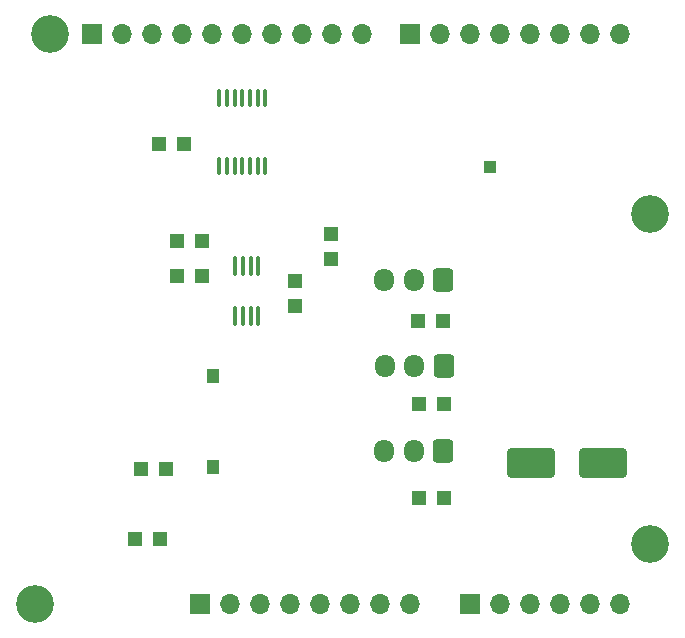
<source format=gts>
G04 #@! TF.GenerationSoftware,KiCad,Pcbnew,8.0.7-8.0.7-0~ubuntu24.04.1*
G04 #@! TF.CreationDate,2025-01-16T01:19:07-05:00*
G04 #@! TF.ProjectId,tophat,746f7068-6174-42e6-9b69-6361645f7063,rev?*
G04 #@! TF.SameCoordinates,Original*
G04 #@! TF.FileFunction,Soldermask,Top*
G04 #@! TF.FilePolarity,Negative*
%FSLAX46Y46*%
G04 Gerber Fmt 4.6, Leading zero omitted, Abs format (unit mm)*
G04 Created by KiCad (PCBNEW 8.0.7-8.0.7-0~ubuntu24.04.1) date 2025-01-16 01:19:07*
%MOMM*%
%LPD*%
G01*
G04 APERTURE LIST*
G04 Aperture macros list*
%AMRoundRect*
0 Rectangle with rounded corners*
0 $1 Rounding radius*
0 $2 $3 $4 $5 $6 $7 $8 $9 X,Y pos of 4 corners*
0 Add a 4 corners polygon primitive as box body*
4,1,4,$2,$3,$4,$5,$6,$7,$8,$9,$2,$3,0*
0 Add four circle primitives for the rounded corners*
1,1,$1+$1,$2,$3*
1,1,$1+$1,$4,$5*
1,1,$1+$1,$6,$7*
1,1,$1+$1,$8,$9*
0 Add four rect primitives between the rounded corners*
20,1,$1+$1,$2,$3,$4,$5,0*
20,1,$1+$1,$4,$5,$6,$7,0*
20,1,$1+$1,$6,$7,$8,$9,0*
20,1,$1+$1,$8,$9,$2,$3,0*%
G04 Aperture macros list end*
%ADD10RoundRect,0.100000X0.100000X-0.712500X0.100000X0.712500X-0.100000X0.712500X-0.100000X-0.712500X0*%
%ADD11R,1.700000X1.700000*%
%ADD12O,1.700000X1.700000*%
%ADD13RoundRect,0.100000X-0.100000X0.637500X-0.100000X-0.637500X0.100000X-0.637500X0.100000X0.637500X0*%
%ADD14R,1.200000X1.200000*%
%ADD15RoundRect,0.250000X0.600000X0.725000X-0.600000X0.725000X-0.600000X-0.725000X0.600000X-0.725000X0*%
%ADD16O,1.700000X1.950000*%
%ADD17R,1.000000X1.000000*%
%ADD18C,3.200000*%
%ADD19RoundRect,0.250000X-1.750000X-1.000000X1.750000X-1.000000X1.750000X1.000000X-1.750000X1.000000X0*%
%ADD20R,1.000000X1.250000*%
G04 APERTURE END LIST*
D10*
X130921313Y-73112500D03*
X131571313Y-73112500D03*
X132221313Y-73112500D03*
X132871313Y-73112500D03*
X132871313Y-68887500D03*
X132221313Y-68887500D03*
X131571313Y-68887500D03*
X130921313Y-68887500D03*
D11*
X127940000Y-97460000D03*
D12*
X130480000Y-97460000D03*
X133020000Y-97460000D03*
X135560000Y-97460000D03*
X138100000Y-97460000D03*
X140640000Y-97460000D03*
X143180000Y-97460000D03*
X145720000Y-97460000D03*
D11*
X150800000Y-97460000D03*
D12*
X153340000Y-97460000D03*
X155880000Y-97460000D03*
X158420000Y-97460000D03*
X160960000Y-97460000D03*
X163500000Y-97460000D03*
D11*
X118796000Y-49200000D03*
D12*
X121336000Y-49200000D03*
X123876000Y-49200000D03*
X126416000Y-49200000D03*
X128956000Y-49200000D03*
X131496000Y-49200000D03*
X134036000Y-49200000D03*
X136576000Y-49200000D03*
X139116000Y-49200000D03*
X141656000Y-49200000D03*
D11*
X145720000Y-49200000D03*
D12*
X148260000Y-49200000D03*
X150800000Y-49200000D03*
X153340000Y-49200000D03*
X155880000Y-49200000D03*
X158420000Y-49200000D03*
X160960000Y-49200000D03*
X163500000Y-49200000D03*
D13*
X133450000Y-54637500D03*
X132800000Y-54637500D03*
X132150000Y-54637500D03*
X131500000Y-54637500D03*
X130850000Y-54637500D03*
X130200000Y-54637500D03*
X129550000Y-54637500D03*
X129550000Y-60362500D03*
X130200000Y-60362500D03*
X130850000Y-60362500D03*
X131500000Y-60362500D03*
X132150000Y-60362500D03*
X132800000Y-60362500D03*
X133450000Y-60362500D03*
D14*
X139000000Y-66153664D03*
X139000000Y-68253664D03*
X122450000Y-92000000D03*
X124550000Y-92000000D03*
D15*
X148500000Y-70025000D03*
D16*
X146000000Y-70025000D03*
X143500000Y-70025000D03*
D14*
X128050000Y-69703664D03*
X125950000Y-69703664D03*
X146450000Y-88525000D03*
X148550000Y-88525000D03*
D17*
X152500000Y-60500000D03*
D18*
X115240000Y-49200000D03*
D19*
X155950000Y-85500000D03*
X162050000Y-85500000D03*
D15*
X148500000Y-84525000D03*
D16*
X146000000Y-84525000D03*
X143500000Y-84525000D03*
D14*
X136000000Y-70153664D03*
X136000000Y-72253664D03*
D20*
X129000000Y-85875000D03*
X129000000Y-78125000D03*
D14*
X124450000Y-58500000D03*
X126550000Y-58500000D03*
X146450000Y-80525000D03*
X148550000Y-80525000D03*
X146400000Y-73525000D03*
X148500000Y-73525000D03*
D15*
X148550000Y-77325000D03*
D16*
X146050000Y-77325000D03*
X143550000Y-77325000D03*
D18*
X113970000Y-97460000D03*
D14*
X125950000Y-66703664D03*
X128050000Y-66703664D03*
X125050000Y-86000000D03*
X122950000Y-86000000D03*
D18*
X166040000Y-64440000D03*
X166040000Y-92380000D03*
M02*

</source>
